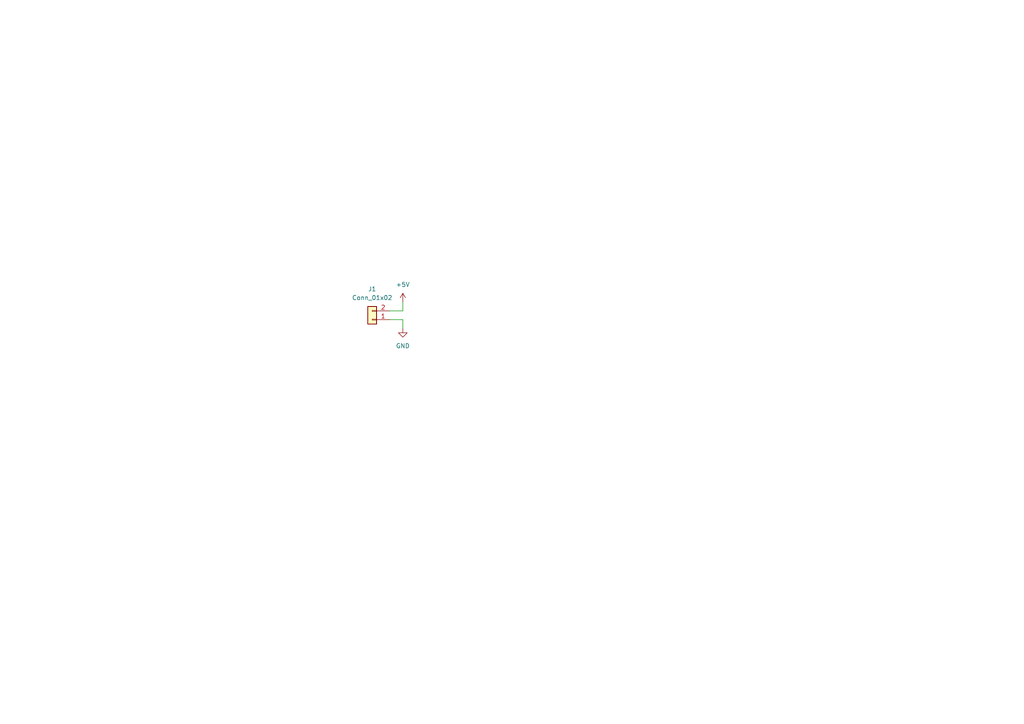
<source format=kicad_sch>
(kicad_sch (version 20211123) (generator eeschema)
  (paper "A4")
  (lib_symbols
    (symbol "Connector_Generic:Conn_01x02" (pin_names (offset 1.016) hide)
      (property "Reference" "J" (at 0 2.54 0))
      (property "Value" "Conn_01x02" (at 0 -5.08 0))
      (symbol "Conn_01x02_1_1"
        (rectangle (start -1.27 -2.413) (end 0 -2.667) (stroke (width 0.1524)))
        (rectangle (start -1.27 0.127) (end 0 -0.127) (stroke (width 0.1524)))
        (rectangle (start -1.27 1.27) (end 1.27 -3.81) (stroke (width 0.254)) (fill (type background)))
        (pin passive line (at -5.08 0 0) (length 3.81) (name "Pin_1") (number "1"))
        (pin passive line (at -5.08 -2.54 0) (length 3.81) (name "Pin_2") (number "2"))
      )
    )
    (symbol "power:+5V" (power) (pin_names (offset 0))
      (property "Value" "+5V" (at 0 3.556 0))
      (symbol "+5V_0_1"
        (polyline (pts (xy -0.762 1.27) (xy 0 2.54)))
        (polyline (pts (xy 0 0) (xy 0 2.54)))
        (polyline (pts (xy 0 2.54) (xy 0.762 1.27)))
      )
      (symbol "+5V_1_1"
        (pin power_in line (at 0 0 90) (length 0) hide (name "+5V") (number "1"))
      )
    )
    (symbol "power:GND" (power) (pin_names (offset 0))
      (property "Value" "GND" (at 0 -3.81 0))
      (symbol "GND_0_1"
        (polyline (pts (xy 0 0) (xy 0 -1.27) (xy 1.27 -1.27) (xy 0 -2.54) (xy -1.27 -1.27) (xy 0 -1.27)))
      )
      (symbol "GND_1_1"
        (pin power_in line (at 0 0 270) (length 0) hide (name "GND") (number "1"))
      )
    )
  )
  (wire (pts (xy 116.84 87.63) (xy 116.84 90.17)))
  (wire (pts (xy 113.03 92.71) (xy 116.84 92.71)))
  (wire (pts (xy 116.84 92.71) (xy 116.84 95.25)))
  (wire (pts (xy 113.03 90.17) (xy 116.84 90.17)))
  (symbol (lib_id "power:GND") (at 116.84 95.25 0) (unit 1)
    (property "Reference" "#PWR0110" (effects hide))
    (property "Value" "GND" (at 116.84 100.33 0))
  )
  (symbol (lib_id "power:+5V") (at 116.84 87.63 0) (unit 1)
    (property "Reference" "#PWR0109" (effects hide))
    (property "Value" "+5V" (at 116.84 82.55 0))
  )
  (symbol (lib_id "Connector_Generic:Conn_01x02") (at 107.95 92.71 180) (unit 1)
    (property "Reference" "J1" (at 107.95 83.82 0))
    (property "Value" "Conn_01x02" (at 107.95 86.36 0))
    (property "Footprint" "Connector_PinHeader_2.54mm:PinHeader_1x02_P2.54mm_Vertical" (effects hide))
    (property "Reference" "J?" (effects hide))
    (property "Value" "Conn_01x02" (effects hide))
  )
)
</source>
